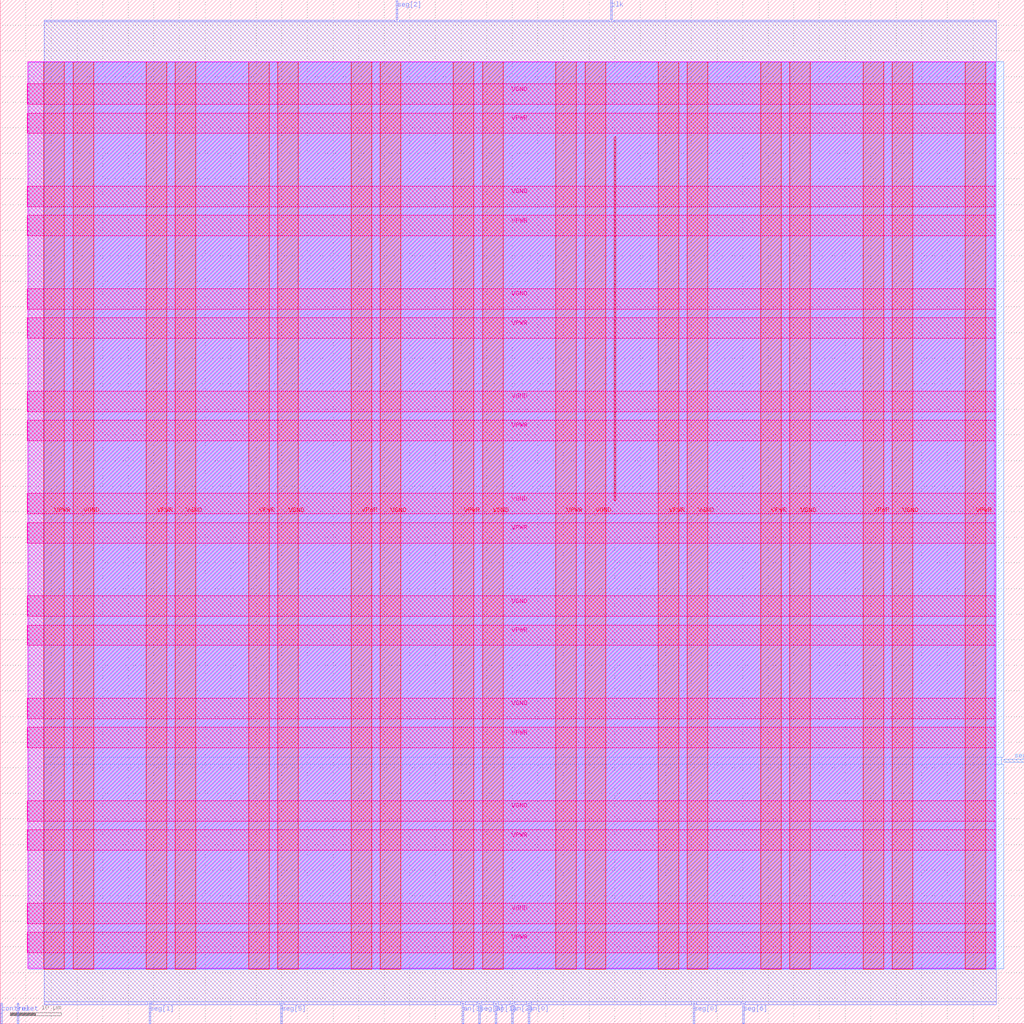
<source format=lef>
VERSION 5.7 ;
  NOWIREEXTENSIONATPIN ON ;
  DIVIDERCHAR "/" ;
  BUSBITCHARS "[]" ;
MACRO TopModule
  CLASS BLOCK ;
  FOREIGN TopModule ;
  ORIGIN 0.000 0.000 ;
  SIZE 200.000 BY 200.000 ;
  PIN VGND
    DIRECTION INOUT ;
    USE GROUND ;
    PORT
      LAYER met4 ;
        RECT 14.220 10.640 18.220 187.920 ;
    END
    PORT
      LAYER met4 ;
        RECT 34.220 10.640 38.220 187.920 ;
    END
    PORT
      LAYER met4 ;
        RECT 54.220 10.640 58.220 187.920 ;
    END
    PORT
      LAYER met4 ;
        RECT 74.220 10.640 78.220 187.920 ;
    END
    PORT
      LAYER met4 ;
        RECT 94.220 10.640 98.220 187.920 ;
    END
    PORT
      LAYER met4 ;
        RECT 114.220 10.640 118.220 187.920 ;
    END
    PORT
      LAYER met4 ;
        RECT 134.220 10.640 138.220 187.920 ;
    END
    PORT
      LAYER met4 ;
        RECT 154.220 10.640 158.220 187.920 ;
    END
    PORT
      LAYER met4 ;
        RECT 174.220 10.640 178.220 187.920 ;
    END
    PORT
      LAYER met5 ;
        RECT 5.280 19.580 194.360 23.580 ;
    END
    PORT
      LAYER met5 ;
        RECT 5.280 39.580 194.360 43.580 ;
    END
    PORT
      LAYER met5 ;
        RECT 5.280 59.580 194.360 63.580 ;
    END
    PORT
      LAYER met5 ;
        RECT 5.280 79.580 194.360 83.580 ;
    END
    PORT
      LAYER met5 ;
        RECT 5.280 99.580 194.360 103.580 ;
    END
    PORT
      LAYER met5 ;
        RECT 5.280 119.580 194.360 123.580 ;
    END
    PORT
      LAYER met5 ;
        RECT 5.280 139.580 194.360 143.580 ;
    END
    PORT
      LAYER met5 ;
        RECT 5.280 159.580 194.360 163.580 ;
    END
    PORT
      LAYER met5 ;
        RECT 5.280 179.580 194.360 183.580 ;
    END
  END VGND
  PIN VPWR
    DIRECTION INOUT ;
    USE POWER ;
    PORT
      LAYER met4 ;
        RECT 8.520 10.640 12.520 187.920 ;
    END
    PORT
      LAYER met4 ;
        RECT 28.520 10.640 32.520 187.920 ;
    END
    PORT
      LAYER met4 ;
        RECT 48.520 10.640 52.520 187.920 ;
    END
    PORT
      LAYER met4 ;
        RECT 68.520 10.640 72.520 187.920 ;
    END
    PORT
      LAYER met4 ;
        RECT 88.520 10.640 92.520 187.920 ;
    END
    PORT
      LAYER met4 ;
        RECT 108.520 10.640 112.520 187.920 ;
    END
    PORT
      LAYER met4 ;
        RECT 128.520 10.640 132.520 187.920 ;
    END
    PORT
      LAYER met4 ;
        RECT 148.520 10.640 152.520 187.920 ;
    END
    PORT
      LAYER met4 ;
        RECT 168.520 10.640 172.520 187.920 ;
    END
    PORT
      LAYER met4 ;
        RECT 188.520 10.640 192.520 187.920 ;
    END
    PORT
      LAYER met5 ;
        RECT 5.280 13.880 194.360 17.880 ;
    END
    PORT
      LAYER met5 ;
        RECT 5.280 33.880 194.360 37.880 ;
    END
    PORT
      LAYER met5 ;
        RECT 5.280 53.880 194.360 57.880 ;
    END
    PORT
      LAYER met5 ;
        RECT 5.280 73.880 194.360 77.880 ;
    END
    PORT
      LAYER met5 ;
        RECT 5.280 93.880 194.360 97.880 ;
    END
    PORT
      LAYER met5 ;
        RECT 5.280 113.880 194.360 117.880 ;
    END
    PORT
      LAYER met5 ;
        RECT 5.280 133.880 194.360 137.880 ;
    END
    PORT
      LAYER met5 ;
        RECT 5.280 153.880 194.360 157.880 ;
    END
    PORT
      LAYER met5 ;
        RECT 5.280 173.880 194.360 177.880 ;
    END
  END VPWR
  PIN an[0]
    DIRECTION OUTPUT ;
    USE SIGNAL ;
    ANTENNADIFFAREA 0.445500 ;
    PORT
      LAYER met2 ;
        RECT 103.130 0.000 103.410 4.000 ;
    END
  END an[0]
  PIN an[1]
    DIRECTION OUTPUT ;
    USE SIGNAL ;
    ANTENNADIFFAREA 0.445500 ;
    PORT
      LAYER met2 ;
        RECT 96.690 0.000 96.970 4.000 ;
    END
  END an[1]
  PIN an[2]
    DIRECTION OUTPUT ;
    USE SIGNAL ;
    ANTENNADIFFAREA 0.445500 ;
    PORT
      LAYER met2 ;
        RECT 99.910 0.000 100.190 4.000 ;
    END
  END an[2]
  PIN an[3]
    DIRECTION OUTPUT ;
    USE SIGNAL ;
    ANTENNADIFFAREA 0.445500 ;
    PORT
      LAYER met2 ;
        RECT 90.250 0.000 90.530 4.000 ;
    END
  END an[3]
  PIN clk
    DIRECTION INPUT ;
    USE SIGNAL ;
    ANTENNAGATEAREA 0.852000 ;
    PORT
      LAYER met2 ;
        RECT 119.230 196.000 119.510 200.000 ;
    END
  END clk
  PIN control
    DIRECTION INPUT ;
    USE SIGNAL ;
    PORT
      LAYER met2 ;
        RECT 0.090 0.000 0.370 4.000 ;
    END
  END control
  PIN reset
    DIRECTION INPUT ;
    USE SIGNAL ;
    PORT
      LAYER met2 ;
        RECT 3.310 0.000 3.590 4.000 ;
    END
  END reset
  PIN seg[0]
    DIRECTION OUTPUT ;
    USE SIGNAL ;
    PORT
      LAYER met2 ;
        RECT 135.330 0.000 135.610 4.000 ;
    END
  END seg[0]
  PIN seg[1]
    DIRECTION OUTPUT ;
    USE SIGNAL ;
    PORT
      LAYER met2 ;
        RECT 29.070 0.000 29.350 4.000 ;
    END
  END seg[1]
  PIN seg[2]
    DIRECTION OUTPUT ;
    USE SIGNAL ;
    PORT
      LAYER met2 ;
        RECT 77.370 196.000 77.650 200.000 ;
    END
  END seg[2]
  PIN seg[3]
    DIRECTION OUTPUT ;
    USE SIGNAL ;
    PORT
      LAYER met2 ;
        RECT 93.470 0.000 93.750 4.000 ;
    END
  END seg[3]
  PIN seg[4]
    DIRECTION OUTPUT ;
    USE SIGNAL ;
    PORT
      LAYER met3 ;
        RECT 196.000 51.040 200.000 51.640 ;
    END
  END seg[4]
  PIN seg[5]
    DIRECTION OUTPUT ;
    USE SIGNAL ;
    PORT
      LAYER met2 ;
        RECT 54.830 0.000 55.110 4.000 ;
    END
  END seg[5]
  PIN seg[6]
    DIRECTION OUTPUT ;
    USE SIGNAL ;
    PORT
      LAYER met2 ;
        RECT 144.990 0.000 145.270 4.000 ;
    END
  END seg[6]
  OBS
      LAYER nwell ;
        RECT 5.330 10.795 194.310 187.870 ;
      LAYER li1 ;
        RECT 5.520 10.795 194.120 187.765 ;
      LAYER met1 ;
        RECT 5.520 10.640 194.510 187.920 ;
      LAYER met2 ;
        RECT 8.580 195.720 77.090 196.000 ;
        RECT 77.930 195.720 118.950 196.000 ;
        RECT 119.790 195.720 194.490 196.000 ;
        RECT 8.580 4.280 194.490 195.720 ;
        RECT 8.580 3.670 28.790 4.280 ;
        RECT 29.630 3.670 54.550 4.280 ;
        RECT 55.390 3.670 89.970 4.280 ;
        RECT 90.810 3.670 93.190 4.280 ;
        RECT 94.030 3.670 96.410 4.280 ;
        RECT 97.250 3.670 99.630 4.280 ;
        RECT 100.470 3.670 102.850 4.280 ;
        RECT 103.690 3.670 135.050 4.280 ;
        RECT 135.890 3.670 144.710 4.280 ;
        RECT 145.550 3.670 194.490 4.280 ;
      LAYER met3 ;
        RECT 8.530 52.040 196.000 187.845 ;
        RECT 8.530 50.640 195.600 52.040 ;
        RECT 8.530 10.715 196.000 50.640 ;
      LAYER met4 ;
        RECT 119.895 102.175 120.225 173.225 ;
  END
END TopModule
END LIBRARY


</source>
